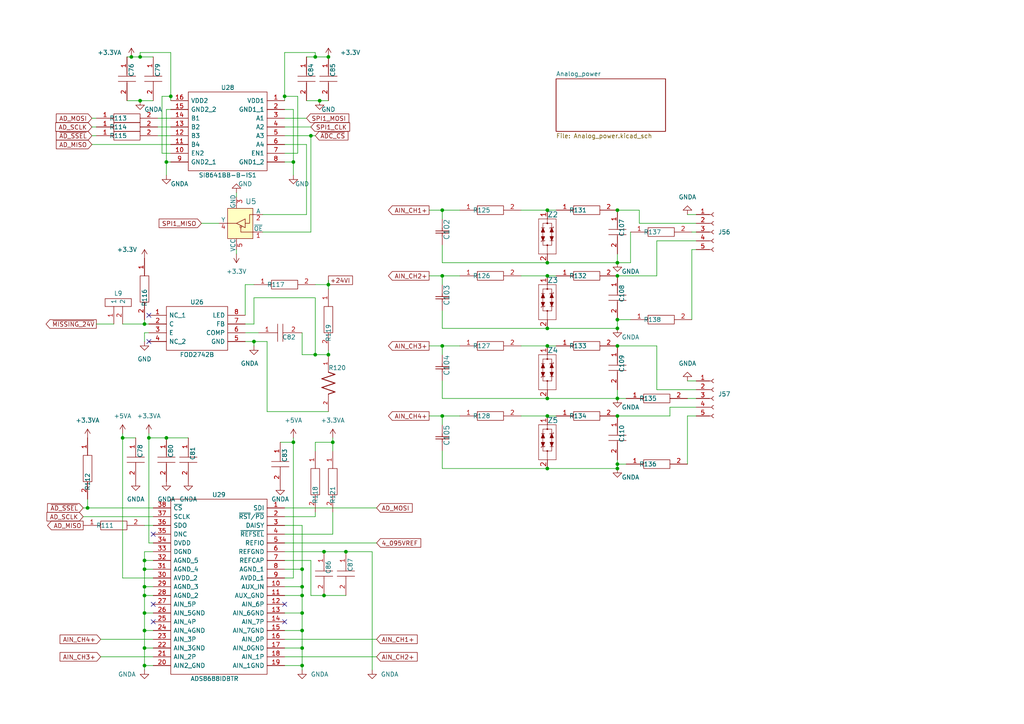
<source format=kicad_sch>
(kicad_sch (version 20230121) (generator eeschema)
  (paper "A4")
  (title_block (title "Analog Inputs") (date "2023-02-24") (company "OPA Foundation"))
  (junction (at 95.25 82.55))
  (junction (at 158.75 60.96))
  (junction (at 179.07 95.25))
  (junction (at 43.18 127))
  (junction (at 179.07 76.2))
  (junction (at 179.07 120.65))
  (junction (at 41.91 172.72))
  (junction (at 87.63 177.8))
  (junction (at 93.98 160.02))
  (junction (at 41.91 93.98))
  (junction (at 128.27 100.33))
  (junction (at 100.33 160.02))
  (junction (at 41.91 187.96))
  (junction (at 96.52 128.27))
  (junction (at 82.55 27.94))
  (junction (at 87.63 193.04))
  (junction (at 158.75 100.33))
  (junction (at 95.25 16.51))
  (junction (at 91.44 102.87))
  (junction (at 128.27 120.65))
  (junction (at 158.75 80.01))
  (junction (at 179.07 100.33))
  (junction (at 92.71 29.21))
  (junction (at 179.07 115.57))
  (junction (at 87.63 165.1))
  (junction (at 87.63 182.88))
  (junction (at 179.07 134.62))
  (junction (at 158.75 115.57))
  (junction (at 25.4 147.32))
  (junction (at 41.91 182.88))
  (junction (at 93.98 172.72))
  (junction (at 41.91 165.1))
  (junction (at 40.64 29.21))
  (junction (at 90.17 39.37))
  (junction (at 95.25 102.87))
  (junction (at 87.63 170.18))
  (junction (at 73.66 99.06))
  (junction (at 158.75 135.89))
  (junction (at 179.07 80.01))
  (junction (at 38.1 16.51))
  (junction (at 48.26 127))
  (junction (at 85.09 128.27))
  (junction (at 128.27 60.96))
  (junction (at 87.63 172.72))
  (junction (at 91.44 16.51))
  (junction (at 49.53 27.94))
  (junction (at 128.27 80.01))
  (junction (at 41.91 170.18))
  (junction (at 41.91 177.8))
  (junction (at 179.07 135.89))
  (junction (at 158.75 95.25))
  (junction (at 35.56 127))
  (junction (at 40.64 16.51))
  (junction (at 179.07 92.71))
  (junction (at 41.91 162.56))
  (junction (at 158.75 120.65))
  (junction (at 48.26 46.99))
  (junction (at 85.09 46.99))
  (junction (at 179.07 60.96))
  (junction (at 41.91 193.04))
  (junction (at 158.75 76.2))
  (junction (at 87.63 187.96))
  (no_connect (at 82.55 180.34))
  (no_connect (at 44.45 154.94))
  (no_connect (at 44.45 175.26))
  (no_connect (at 43.18 99.06))
  (no_connect (at 44.45 180.34))
  (no_connect (at 43.18 91.44))
  (no_connect (at 82.55 175.26))
  (wire (pts (xy 82.55 29.21) (xy 82.55 27.94)))
  (wire (pts (xy 179.07 113.03) (xy 179.07 115.57)))
  (wire (pts (xy 87.63 170.18) (xy 87.63 172.72)))
  (wire (pts (xy 179.07 120.65) (xy 194.31 120.65)))
  (wire (pts (xy 199.39 115.57) (xy 201.93 115.57)))
  (wire (pts (xy 49.53 31.75) (xy 48.26 31.75)))
  (wire (pts (xy 200.66 72.39) (xy 201.93 72.39)))
  (wire (pts (xy 128.27 110.49) (xy 128.27 115.57)))
  (wire (pts (xy 199.39 110.49) (xy 201.93 110.49)))
  (wire (pts (xy 41.91 170.18) (xy 41.91 172.72)))
  (wire (pts (xy 81.28 128.27) (xy 85.09 128.27)))
  (wire (pts (xy 73.66 99.06) (xy 73.66 100.33)))
  (wire (pts (xy 85.09 167.64) (xy 85.09 128.27)))
  (wire (pts (xy 128.27 115.57) (xy 158.75 115.57)))
  (wire (pts (xy 43.18 127) (xy 43.18 157.48)))
  (wire (pts (xy 82.55 165.1) (xy 87.63 165.1)))
  (wire (pts (xy 82.55 177.8) (xy 87.63 177.8)))
  (wire (pts (xy 128.27 82.55) (xy 128.27 80.01)))
  (wire (pts (xy 179.07 60.96) (xy 185.42 60.96)))
  (wire (pts (xy 96.52 154.94) (xy 96.52 148.59)))
  (wire (pts (xy 41.91 92.71) (xy 41.91 93.98)))
  (wire (pts (xy 87.63 96.52) (xy 87.63 102.87)))
  (wire (pts (xy 26.67 36.83) (xy 27.94 36.83)))
  (wire (pts (xy 199.39 134.62) (xy 199.39 120.65)))
  (wire (pts (xy 85.09 46.99) (xy 82.55 46.99)))
  (wire (pts (xy 49.53 29.21) (xy 49.53 27.94)))
  (wire (pts (xy 92.71 29.21) (xy 95.25 29.21)))
  (wire (pts (xy 26.67 34.29) (xy 27.94 34.29)))
  (wire (pts (xy 27.94 93.98) (xy 33.02 93.98)))
  (wire (pts (xy 82.55 44.45) (xy 86.36 44.45)))
  (wire (pts (xy 91.44 16.51) (xy 95.25 16.51)))
  (wire (pts (xy 87.63 177.8) (xy 87.63 182.88)))
  (wire (pts (xy 124.46 100.33) (xy 128.27 100.33)))
  (wire (pts (xy 128.27 71.12) (xy 128.27 76.2)))
  (wire (pts (xy 158.75 100.33) (xy 161.29 100.33)))
  (wire (pts (xy 82.55 190.5) (xy 109.22 190.5)))
  (wire (pts (xy 93.98 160.02) (xy 100.33 160.02)))
  (wire (pts (xy 128.27 90.17) (xy 128.27 95.25)))
  (wire (pts (xy 82.55 154.94) (xy 96.52 154.94)))
  (wire (pts (xy 91.44 15.24) (xy 91.44 16.51)))
  (wire (pts (xy 82.55 147.32) (xy 109.22 147.32)))
  (wire (pts (xy 194.31 120.65) (xy 194.31 118.11)))
  (wire (pts (xy 41.91 193.04) (xy 44.45 193.04)))
  (wire (pts (xy 46.99 44.45) (xy 46.99 27.94)))
  (wire (pts (xy 48.26 31.75) (xy 48.26 46.99)))
  (wire (pts (xy 41.91 93.98) (xy 43.18 93.98)))
  (wire (pts (xy 58.42 64.77) (xy 63.5 64.77)))
  (wire (pts (xy 73.66 93.98) (xy 73.66 86.36)))
  (wire (pts (xy 82.55 149.86) (xy 91.44 149.86)))
  (wire (pts (xy 90.17 67.31) (xy 90.17 39.37)))
  (wire (pts (xy 41.91 193.04) (xy 41.91 194.31)))
  (wire (pts (xy 91.44 82.55) (xy 95.25 82.55)))
  (wire (pts (xy 29.21 190.5) (xy 44.45 190.5)))
  (wire (pts (xy 77.47 99.06) (xy 73.66 99.06)))
  (wire (pts (xy 95.25 81.28) (xy 95.25 82.55)))
  (wire (pts (xy 151.13 100.33) (xy 158.75 100.33)))
  (wire (pts (xy 199.39 120.65) (xy 201.93 120.65)))
  (wire (pts (xy 49.53 27.94) (xy 49.53 15.24)))
  (wire (pts (xy 41.91 170.18) (xy 44.45 170.18)))
  (wire (pts (xy 200.66 92.71) (xy 200.66 72.39)))
  (wire (pts (xy 182.88 76.2) (xy 179.07 76.2)))
  (wire (pts (xy 35.56 93.98) (xy 41.91 93.98)))
  (wire (pts (xy 41.91 165.1) (xy 44.45 165.1)))
  (wire (pts (xy 158.75 115.57) (xy 179.07 115.57)))
  (wire (pts (xy 87.63 152.4) (xy 87.63 165.1)))
  (wire (pts (xy 100.33 160.02) (xy 107.95 160.02)))
  (wire (pts (xy 41.91 172.72) (xy 44.45 172.72)))
  (wire (pts (xy 128.27 135.89) (xy 158.75 135.89)))
  (wire (pts (xy 96.52 128.27) (xy 96.52 127)))
  (wire (pts (xy 82.55 36.83) (xy 90.17 36.83)))
  (wire (pts (xy 82.55 187.96) (xy 87.63 187.96)))
  (wire (pts (xy 185.42 60.96) (xy 185.42 64.77)))
  (wire (pts (xy 91.44 149.86) (xy 91.44 148.59)))
  (wire (pts (xy 77.47 119.38) (xy 77.47 99.06)))
  (wire (pts (xy 41.91 182.88) (xy 44.45 182.88)))
  (wire (pts (xy 158.75 120.65) (xy 161.29 120.65)))
  (wire (pts (xy 26.67 39.37) (xy 27.94 39.37)))
  (wire (pts (xy 128.27 100.33) (xy 133.35 100.33)))
  (wire (pts (xy 199.39 62.23) (xy 201.93 62.23)))
  (wire (pts (xy 41.91 187.96) (xy 41.91 193.04)))
  (wire (pts (xy 87.63 165.1) (xy 87.63 170.18)))
  (wire (pts (xy 87.63 182.88) (xy 87.63 187.96)))
  (wire (pts (xy 91.44 102.87) (xy 95.25 102.87)))
  (wire (pts (xy 190.5 69.85) (xy 201.93 69.85)))
  (wire (pts (xy 128.27 95.25) (xy 158.75 95.25)))
  (wire (pts (xy 179.07 115.57) (xy 181.61 115.57)))
  (wire (pts (xy 40.64 29.21) (xy 44.45 29.21)))
  (wire (pts (xy 158.75 60.96) (xy 161.29 60.96)))
  (wire (pts (xy 82.55 15.24) (xy 91.44 15.24)))
  (wire (pts (xy 87.63 193.04) (xy 87.63 194.31)))
  (wire (pts (xy 41.91 160.02) (xy 41.91 162.56)))
  (wire (pts (xy 82.55 170.18) (xy 87.63 170.18)))
  (wire (pts (xy 151.13 120.65) (xy 158.75 120.65)))
  (wire (pts (xy 24.13 149.86) (xy 44.45 149.86)))
  (wire (pts (xy 85.09 128.27) (xy 85.09 127)))
  (wire (pts (xy 87.63 102.87) (xy 91.44 102.87)))
  (wire (pts (xy 88.9 62.23) (xy 88.9 41.91)))
  (wire (pts (xy 128.27 63.5) (xy 128.27 60.96)))
  (wire (pts (xy 91.44 128.27) (xy 96.52 128.27)))
  (wire (pts (xy 179.07 133.35) (xy 179.07 134.62)))
  (wire (pts (xy 185.42 64.77) (xy 201.93 64.77)))
  (wire (pts (xy 82.55 41.91) (xy 88.9 41.91)))
  (wire (pts (xy 45.72 36.83) (xy 49.53 36.83)))
  (wire (pts (xy 95.25 82.55) (xy 95.25 83.82)))
  (wire (pts (xy 41.91 177.8) (xy 44.45 177.8)))
  (wire (pts (xy 43.18 125.73) (xy 43.18 127)))
  (wire (pts (xy 95.25 119.38) (xy 77.47 119.38)))
  (wire (pts (xy 40.64 16.51) (xy 44.45 16.51)))
  (wire (pts (xy 41.91 152.4) (xy 44.45 152.4)))
  (wire (pts (xy 190.5 113.03) (xy 201.93 113.03)))
  (wire (pts (xy 88.9 29.21) (xy 92.71 29.21)))
  (wire (pts (xy 41.91 99.06) (xy 41.91 96.52)))
  (wire (pts (xy 179.07 134.62) (xy 179.07 135.89)))
  (wire (pts (xy 179.07 100.33) (xy 190.5 100.33)))
  (wire (pts (xy 85.09 31.75) (xy 85.09 46.99)))
  (wire (pts (xy 68.58 72.39) (xy 68.58 73.66)))
  (wire (pts (xy 179.07 92.71) (xy 182.88 92.71)))
  (wire (pts (xy 38.1 16.51) (xy 40.64 16.51)))
  (wire (pts (xy 71.12 99.06) (xy 73.66 99.06)))
  (wire (pts (xy 71.12 82.55) (xy 73.66 82.55)))
  (wire (pts (xy 82.55 193.04) (xy 87.63 193.04)))
  (wire (pts (xy 124.46 120.65) (xy 128.27 120.65)))
  (wire (pts (xy 41.91 172.72) (xy 41.91 177.8)))
  (wire (pts (xy 128.27 123.19) (xy 128.27 120.65)))
  (wire (pts (xy 82.55 31.75) (xy 85.09 31.75)))
  (wire (pts (xy 25.4 147.32) (xy 25.4 144.78)))
  (wire (pts (xy 48.26 46.99) (xy 48.26 50.8)))
  (wire (pts (xy 91.44 130.81) (xy 91.44 128.27)))
  (wire (pts (xy 86.36 44.45) (xy 86.36 27.94)))
  (wire (pts (xy 68.58 55.88) (xy 68.58 57.15)))
  (wire (pts (xy 82.55 172.72) (xy 87.63 172.72)))
  (wire (pts (xy 41.91 162.56) (xy 44.45 162.56)))
  (wire (pts (xy 29.21 185.42) (xy 44.45 185.42)))
  (wire (pts (xy 190.5 80.01) (xy 190.5 69.85)))
  (wire (pts (xy 179.07 92.71) (xy 179.07 95.25)))
  (wire (pts (xy 44.45 147.32) (xy 25.4 147.32)))
  (wire (pts (xy 128.27 102.87) (xy 128.27 100.33)))
  (wire (pts (xy 190.5 100.33) (xy 190.5 113.03)))
  (wire (pts (xy 73.66 86.36) (xy 91.44 86.36)))
  (wire (pts (xy 41.91 177.8) (xy 41.91 182.88)))
  (wire (pts (xy 24.13 147.32) (xy 25.4 147.32)))
  (wire (pts (xy 182.88 67.31) (xy 182.88 76.2)))
  (wire (pts (xy 26.67 41.91) (xy 49.53 41.91)))
  (wire (pts (xy 48.26 46.99) (xy 49.53 46.99)))
  (wire (pts (xy 158.75 80.01) (xy 161.29 80.01)))
  (wire (pts (xy 82.55 39.37) (xy 90.17 39.37)))
  (wire (pts (xy 35.56 125.73) (xy 35.56 127)))
  (wire (pts (xy 44.45 167.64) (xy 35.56 167.64)))
  (wire (pts (xy 88.9 16.51) (xy 91.44 16.51)))
  (wire (pts (xy 128.27 60.96) (xy 133.35 60.96)))
  (wire (pts (xy 124.46 80.01) (xy 128.27 80.01)))
  (wire (pts (xy 49.53 44.45) (xy 46.99 44.45)))
  (wire (pts (xy 48.26 127) (xy 54.61 127)))
  (wire (pts (xy 87.63 187.96) (xy 87.63 193.04)))
  (wire (pts (xy 82.55 167.64) (xy 85.09 167.64)))
  (wire (pts (xy 76.2 67.31) (xy 90.17 67.31)))
  (wire (pts (xy 82.55 185.42) (xy 109.22 185.42)))
  (wire (pts (xy 128.27 130.81) (xy 128.27 135.89)))
  (wire (pts (xy 95.25 102.87) (xy 95.25 101.6)))
  (wire (pts (xy 76.2 62.23) (xy 88.9 62.23)))
  (wire (pts (xy 90.17 172.72) (xy 93.98 172.72)))
  (wire (pts (xy 91.44 86.36) (xy 91.44 102.87)))
  (wire (pts (xy 82.55 34.29) (xy 88.9 34.29)))
  (wire (pts (xy 85.09 46.99) (xy 85.09 50.8)))
  (wire (pts (xy 128.27 80.01) (xy 133.35 80.01)))
  (wire (pts (xy 40.64 15.24) (xy 40.64 16.51)))
  (wire (pts (xy 41.91 182.88) (xy 41.91 187.96)))
  (wire (pts (xy 86.36 27.94) (xy 82.55 27.94)))
  (wire (pts (xy 82.55 27.94) (xy 82.55 15.24)))
  (wire (pts (xy 35.56 127) (xy 39.37 127)))
  (wire (pts (xy 124.46 60.96) (xy 128.27 60.96)))
  (wire (pts (xy 45.72 34.29) (xy 49.53 34.29)))
  (wire (pts (xy 158.75 76.2) (xy 179.07 76.2)))
  (wire (pts (xy 71.12 91.44) (xy 71.12 82.55)))
  (wire (pts (xy 41.91 96.52) (xy 43.18 96.52)))
  (wire (pts (xy 82.55 152.4) (xy 87.63 152.4)))
  (wire (pts (xy 90.17 162.56) (xy 90.17 172.72)))
  (wire (pts (xy 90.17 39.37) (xy 91.44 39.37)))
  (wire (pts (xy 82.55 160.02) (xy 93.98 160.02)))
  (wire (pts (xy 41.91 162.56) (xy 41.91 165.1)))
  (wire (pts (xy 36.83 16.51) (xy 38.1 16.51)))
  (wire (pts (xy 35.56 127) (xy 35.56 167.64)))
  (wire (pts (xy 201.93 118.11) (xy 194.31 118.11)))
  (wire (pts (xy 158.75 135.89) (xy 179.07 135.89)))
  (wire (pts (xy 46.99 27.94) (xy 49.53 27.94)))
  (wire (pts (xy 179.07 73.66) (xy 179.07 76.2)))
  (wire (pts (xy 82.55 182.88) (xy 87.63 182.88)))
  (wire (pts (xy 82.55 157.48) (xy 109.22 157.48)))
  (wire (pts (xy 179.07 80.01) (xy 190.5 80.01)))
  (wire (pts (xy 71.12 96.52) (xy 74.93 96.52)))
  (wire (pts (xy 128.27 120.65) (xy 133.35 120.65)))
  (wire (pts (xy 82.55 162.56) (xy 90.17 162.56)))
  (wire (pts (xy 158.75 95.25) (xy 179.07 95.25)))
  (wire (pts (xy 36.83 29.21) (xy 40.64 29.21)))
  (wire (pts (xy 71.12 93.98) (xy 73.66 93.98)))
  (wire (pts (xy 44.45 160.02) (xy 41.91 160.02)))
  (wire (pts (xy 41.91 187.96) (xy 44.45 187.96)))
  (wire (pts (xy 45.72 39.37) (xy 49.53 39.37)))
  (wire (pts (xy 151.13 80.01) (xy 158.75 80.01)))
  (wire (pts (xy 96.52 128.27) (xy 96.52 130.81)))
  (wire (pts (xy 200.66 67.31) (xy 201.93 67.31)))
  (wire (pts (xy 151.13 60.96) (xy 158.75 60.96)))
  (wire (pts (xy 49.53 15.24) (xy 40.64 15.24)))
  (wire (pts (xy 128.27 76.2) (xy 158.75 76.2)))
  (wire (pts (xy 107.95 160.02) (xy 107.95 194.31)))
  (wire (pts (xy 179.07 134.62) (xy 181.61 134.62)))
  (wire (pts (xy 44.45 157.48) (xy 43.18 157.48)))
  (wire (pts (xy 43.18 127) (xy 48.26 127)))
  (wire (pts (xy 87.63 172.72) (xy 87.63 177.8)))
  (wire (pts (xy 93.98 172.72) (xy 100.33 172.72)))
  (wire (pts (xy 41.91 165.1) (xy 41.91 170.18)))
  (global_label "AIN_CH3+" (shape input) (at 29.21 190.5 180) (property "Intersheetrefs" "${INTERSHEET_REFS}" (effects hide)))
  (global_label "AD_MOSI" (shape input) (at 109.22 147.32 0) (property "Intersheetrefs" "${INTERSHEET_REFS}" (effects hide)))
  (global_label "~{MISSING_24V}" (shape output) (at 27.94 93.98 180) (property "Intersheetrefs" "${INTERSHEET_REFS}" (effects hide)))
  (global_label "AIN_CH2+" (shape input) (at 109.22 190.5 0) (property "Intersheetrefs" "${INTERSHEET_REFS}" (effects hide)))
  (global_label "SPI1_CLK" (shape input) (at 90.17 36.83 0) (property "Intersheetrefs" "${INTERSHEET_REFS}" (effects hide)))
  (global_label "+24VI" (shape passive) (at 95.25 81.28 0) (property "Intersheetrefs" "${INTERSHEET_REFS}" (effects hide)))
  (global_label "AIN_CH4+" (shape output) (at 124.46 120.65 180) (property "Intersheetrefs" "${INTERSHEET_REFS}" (effects hide)))
  (global_label "~{AD_SSEL}" (shape input) (at 24.13 147.32 180) (property "Intersheetrefs" "${INTERSHEET_REFS}" (effects hide)))
  (global_label "AD_MOSI" (shape input) (at 26.67 34.29 180) (property "Intersheetrefs" "${INTERSHEET_REFS}" (effects hide)))
  (global_label "AIN_CH1+" (shape output) (at 124.46 60.96 180) (property "Intersheetrefs" "${INTERSHEET_REFS}" (effects hide)))
  (global_label "AD_MISO" (shape output) (at 24.13 152.4 180) (property "Intersheetrefs" "${INTERSHEET_REFS}" (effects hide)))
  (global_label "AIN_CH4+" (shape input) (at 29.21 185.42 180) (property "Intersheetrefs" "${INTERSHEET_REFS}" (effects hide)))
  (global_label "SPI1_MOSI" (shape input) (at 88.9 34.29 0) (property "Intersheetrefs" "${INTERSHEET_REFS}" (effects hide)))
  (global_label "4_095VREF" (shape input) (at 109.22 157.48 0) (property "Intersheetrefs" "${INTERSHEET_REFS}" (effects hide)))
  (global_label "AD_SCLK" (shape input) (at 24.13 149.86 180) (property "Intersheetrefs" "${INTERSHEET_REFS}" (effects hide)))
  (global_label "SPI1_MISO" (shape input) (at 58.42 64.77 180) (property "Intersheetrefs" "${INTERSHEET_REFS}" (effects hide)))
  (global_label "AIN_CH3+" (shape output) (at 124.46 100.33 180) (property "Intersheetrefs" "${INTERSHEET_REFS}" (effects hide)))
  (global_label "~{ADC_CS}" (shape input) (at 91.44 39.37 0) (property "Intersheetrefs" "${INTERSHEET_REFS}" (effects hide)))
  (global_label "AD_MISO" (shape input) (at 26.67 41.91 180) (property "Intersheetrefs" "${INTERSHEET_REFS}" (effects hide)))
  (global_label "AIN_CH1+" (shape input) (at 109.22 185.42 0) (property "Intersheetrefs" "${INTERSHEET_REFS}" (effects hide)))
  (global_label "AD_SCLK" (shape input) (at 26.67 36.83 180) (property "Intersheetrefs" "${INTERSHEET_REFS}" (effects hide)))
  (global_label "AIN_CH2+" (shape output) (at 124.46 80.01 180) (property "Intersheetrefs" "${INTERSHEET_REFS}" (effects hide)))
  (global_label "~{AD_SSEL}" (shape input) (at 26.67 39.37 180) (property "Intersheetrefs" "${INTERSHEET_REFS}" (effects hide)))
  (symbol (lib_id "BLM21AG471SN1D:BLM21AG471SN1D") (at 33.02 93.98 90) (unit 1)
    (property "Reference" "L9" (at 34.29 85.09 90))
    (property "Value" "BLM21AG471SN1D" (effects hide))
    (property "Footprint" "footprints:BLM21AG102BH1J" (effects hide))
    (property "Datasheet" "https://www.murata.com/en-us/products/productdetail?partno=BLM21AG471SN1%23" (effects hide))
    (property "Description" "Murata Ferrite Bead (Chip Ferrite Bead), 2 x 1.25 x 0.85mm (0805 (2012M)), 47 impedance at 100 MHz" (effects hide))
    (property "Height" "1.05" (effects hide))
    (property "Manufacturer_Name" "Murata Electronics" (effects hide))
    (property "Manufacturer_Part_Number" "BLM21AG471SN1D" (effects hide))
    (property "Mouser Part Number" "81-BLM21AG471SN1D" (effects hide))
    (property "Mouser Price/Stock" "https://www.mouser.co.uk/ProductDetail/Murata-Electronics/BLM21AG471SN1D?qs=fV03a8A5lZVO%252B9B%252BC47CPg%3D%3D" (effects hide))
    (property "Arrow Part Number" "BLM21AG471SN1D" (effects hide))
    (property "Arrow Price/Stock" "https://www.arrow.com/en/products/blm21ag471sn1d/murata-manufacturing?region=nac" (effects hide))
  )
  (symbol (lib_name "SP4022-01FTG-C_1") (lib_id "2023-02-16_19-25-54:SP4022-01FTG-C") (at 158.75 115.57 270) (unit 1)
    (property "Reference" "Z5" (at 158.75 121.92 90) (effects (font (size 1.524 1.524)) (justify left)))
    (property "Value" "SP4022-01FTG-C" (effects hide))
    (property "Footprint" "footprints:SP4022-01FTG-C" (effects hide))
  )
  (symbol (lib_id "0603ZD105KAT2A:0603ZD105KAT2A") (at 100.33 160.02 270) (unit 1)
    (property "Reference" "C87" (at 101.6 163.83 0))
    (property "Value" "0603ZD105KAT2A" (effects hide))
    (property "Footprint" "Capacitor_SMD:C_0603_1608Metric" (effects hide))
    (property "Datasheet" "http://datasheets.avx.com/cx5r.pdf" (effects hide))
    (property "Description" "AVX 1uF  /-10% 10 V dc X5R Dielectric SMD Ceramic Multilayer Capacitor 0603" (effects hide))
    (property "Height" "0.9" (effects hide))
    (property "Manufacturer_Name" "AVX" (effects hide))
    (property "Manufacturer_Part_Number" "0603ZD105KAT2A" (effects hide))
    (property "Mouser Part Number" "581-0603ZD105K" (effects hide))
    (property "Mouser Price/Stock" "https://www.mouser.co.uk/ProductDetail/AVX/0603ZD105KAT2A?qs=9PmLU43%252BWwW9M7%2FQGmdczg%3D%3D" (effects hide))
    (property "Arrow Part Number" "0603ZD105KAT2A" (effects hide))
    (property "Arrow Price/Stock" "https://www.arrow.com/en/products/0603zd105kat2a/avx" (effects hide))
  )
  (symbol (lib_id "ADS8688IDBTR:ADS8688IDBTR") (at 82.55 147.32 0) (mirror y) (unit 1)
    (property "Reference" "U29" (at 63.5 143.51 0))
    (property "Value" "ADS8688IDBTR" (at 62.23 196.85 0))
    (property "Footprint" "footprints:SOP50P640X120-38N" (effects hide))
    (property "Datasheet" "https://www.arrow.com/en/products/ads8688idbtr/texas-instruments" (effects hide))
    (property "Description" "Octal Channel Single ADC SAR 500ksps 16-bit Serial 38-Pin TSSOP T/R" (effects hide))
    (property "Height" "1.2" (effects hide))
    (property "Manufacturer_Name" "Texas Instruments" (effects hide))
    (property "Manufacturer_Part_Number" "ADS8688IDBTR" (effects hide))
    (property "Mouser Part Number" "595-ADS8688IDBTR" (effects hide))
    (property "Mouser Price/Stock" "https://www.mouser.co.uk/ProductDetail/Texas-Instruments/ADS8688IDBTR?qs=bZA2O%252B%252B1GJuPFEagMJIgMw%3D%3D" (effects hide))
    (property "Arrow Part Number" "ADS8688IDBTR" (effects hide))
    (property "Arrow Price/Stock" "https://www.arrow.com/en/products/ads8688idbtr/texas-instruments?region=nac" (effects hide))
  )
  (symbol (lib_id "0603ZD105KAT2A:0603ZD105KAT2A") (at 81.28 128.27 270) (unit 1)
    (property "Reference" "C83" (at 82.55 132.08 0))
    (property "Value" "0603ZD105KAT2A" (effects hide))
    (property "Footprint" "Capacitor_SMD:C_0603_1608Metric" (effects hide))
    (property "Datasheet" "http://datasheets.avx.com/cx5r.pdf" (effects hide))
    (property "Description" "AVX 1uF  /-10% 10 V dc X5R Dielectric SMD Ceramic Multilayer Capacitor 0603" (effects hide))
    (property "Height" "0.9" (effects hide))
    (property "Manufacturer_Name" "AVX" (effects hide))
    (property "Manufacturer_Part_Number" "0603ZD105KAT2A" (effects hide))
    (property "Mouser Part Number" "581-0603ZD105K" (effects hide))
    (property "Mouser Price/Stock" "https://www.mouser.co.uk/ProductDetail/AVX/0603ZD105KAT2A?qs=9PmLU43%252BWwW9M7%2FQGmdczg%3D%3D" (effects hide))
    (property "Arrow Part Number" "0603ZD105KAT2A" (effects hide))
    (property "Arrow Price/Stock" "https://www.arrow.com/en/products/0603zd105kat2a/avx" (effects hide))
  )
  (symbol (lib_name "SP4022-01FTG-C_1") (lib_id "2023-02-16_19-25-54:SP4022-01FTG-C") (at 158.75 74.93 270) (unit 1)
    (property "Reference" "Z3" (at 158.75 81.28 90) (effects (font (size 1.524 1.524)) (justify left)))
    (property "Value" "SP4022-01FTG-C" (effects hide))
    (property "Footprint" "footprints:SP4022-01FTG-C" (effects hide))
  )
  (symbol (lib_id "RT0805DRD071K15L:RT0805DRD071K15L") (at 95.25 113.03 270) (unit 1)
    (property "Reference" "R120" (at 95.25 106.68 90) (effects (justify left)))
    (property "Value" "RR1220P-1151-D-M" (effects hide))
    (property "Footprint" "Resistor_SMD:R_0805_2012Metric" (effects hide))
  )
  (symbol (lib_id "Connector:Conn_01x05_Female") (at 207.01 67.31 0) (unit 1)
    (property "Reference" "J56" (at 208.28 67.3099 0) (effects (justify left)))
    (property "Value" "284512-5" (effects hide))
    (property "Footprint" "footprints:SHDRRA5W82P0X350_1X5_1980X920X745P" (effects hide))
  )
  (symbol (lib_id "RR1220P-682-D:RR1220P-682-D") (at 73.66 82.55 0) (unit 1)
    (property "Reference" "R117" (at 80.01 82.55 0))
    (property "Value" "RR1220P-682-D" (effects hide))
    (property "Footprint" "Resistor_SMD:R_0805_2012Metric" (effects hide))
    (property "Description" "RESISTOR, 0805 6.8 KOhm +/- 0.5% 0.1 W" (effects hide))
    (property "Manufacturer_Name" "Susumu" (effects hide))
    (property "Manufacturer_Part_Number" "RR1220P-682-D" (effects hide))
  )
  (symbol (lib_id "0603ZD105KAT2A:0603ZD105KAT2A") (at 36.83 16.51 270) (unit 1)
    (property "Reference" "C76" (at 38.1 20.32 0))
    (property "Value" "0603ZD105KAT2A" (effects hide))
    (property "Footprint" "Capacitor_SMD:C_0603_1608Metric" (effects hide))
    (property "Datasheet" "http://datasheets.avx.com/cx5r.pdf" (effects hide))
    (property "Description" "AVX 1uF  /-10% 10 V dc X5R Dielectric SMD Ceramic Multilayer Capacitor 0603" (effects hide))
    (property "Height" "0.9" (effects hide))
    (property "Manufacturer_Name" "AVX" (effects hide))
    (property "Manufacturer_Part_Number" "0603ZD105KAT2A" (effects hide))
    (property "Mouser Part Number" "581-0603ZD105K" (effects hide))
    (property "Mouser Price/Stock" "https://www.mouser.co.uk/ProductDetail/AVX/0603ZD105KAT2A?qs=9PmLU43%252BWwW9M7%2FQGmdczg%3D%3D" (effects hide))
    (property "Arrow Part Number" "0603ZD105KAT2A" (effects hide))
    (property "Arrow Price/Stock" "https://www.arrow.com/en/products/0603zd105kat2a/avx" (effects hide))
  )
  (symbol (lib_name "SP4022-01FTG-C_1") (lib_id "2023-02-16_19-25-54:SP4022-01FTG-C") (at 158.75 55.88 270) (unit 1)
    (property "Reference" "Z2" (at 158.75 62.23 90) (effects (font (size 1.524 1.524)) (justify left)))
    (property "Value" "SP4022-01FTG-C" (effects hide))
    (property "Footprint" "footprints:SP4022-01FTG-C" (effects hide))
  )
  (symbol (lib_id "GRM31CR61E226KE15L:GRM31CR61E226KE15L") (at 93.98 160.02 270) (unit 1)
    (property "Reference" "C86" (at 95.25 162.56 0) (effects (justify left)))
    (property "Value" "CL31A226KAHNNNE" (effects hide))
    (property "Footprint" "Capacitor_SMD:C_1206_3216Metric_Pad1.33x1.80mm_HandSolder" (effects hide))
    (property "Datasheet" "https://datasheet.datasheetarchive.com/originals/distributors/Datasheets_SAMA/ec4f1577dddcc7a13ddad897a28002d3.pdf" (effects hide))
    (property "Description" " 22uF MLCC 25V dc +/-10% SMD " (effects hide))
    (property "Height" "1.8" (effects hide))
    (property "Manufacturer_Name" "Murata Electronics" (effects hide))
    (property "Manufacturer_Part_Number" "CL31A226KAHNNNE" (effects hide))
    (property "Mouser Part Number" "81-GRM31CR61E226KE5L" (effects hide))
    (property "Mouser Price/Stock" "https://www.mouser.co.uk/ProductDetail/Murata-Electronics/GRM31CR61E226KE15L?qs=Uw8ySfEHS7KfA6t3BpaUDg%3D%3D" (effects hide))
    (property "Arrow Part Number" "GRM31CR61E226KE15L" (effects hide))
    (property "Arrow Price/Stock" "https://www.arrow.com/en/products/grm31cr61e226ke15l/murata-manufacturing?region=europe" (effects hide))
  )
  (symbol (lib_id "ERJ-3EKF1001V:ERJ-3EKF1001V") (at 133.35 120.65 0) (unit 1)
    (property "Reference" "R128" (at 139.7 120.65 0))
    (property "Value" "ERJ-3EKF1001V" (effects hide))
    (property "Footprint" "Resistor_SMD:R_0603_1608Metric" (effects hide))
    (property "Datasheet" "https://industrial.panasonic.com/cdbs/www-data/pdf/RDA0000/AOA0000C304.pdf" (effects hide))
    (property "Description" "Thick Film 0603 resistor 1K00 100mW 1% Panasonic ERJ3EK Series Precision Thick Film Surface Mount Resistor 0603 Case 1kOhm  /-1% 0.1W  /-100ppm/degC" (effects hide))
    (property "Height" "0.55" (effects hide))
    (property "Manufacturer_Name" "Panasonic" (effects hide))
    (property "Manufacturer_Part_Number" "ERJ-3EKF1001V" (effects hide))
    (property "Mouser Part Number" "667-ERJ-3EKF1001V" (effects hide))
    (property "Mouser Price/Stock" "https://www.mouser.co.uk/ProductDetail/Panasonic/ERJ-3EKF1001V?qs=H7k1u0Mp9JTM8yQxOuvoDg%3D%3D" (effects hide))
    (property "Arrow Part Number" "ERJ-3EKF1001V" (effects hide))
    (property "Arrow Price/Stock" "https://www.arrow.com/en/products/erj-3ekf1001v/panasonic?region=nac" (effects hide))
  )
  (symbol (lib_id "ERJ-3EKF4992V:ERJ-3EKF4992V") (at 25.4 127 270) (unit 1)
    (property "Reference" "R112" (at 25.4 137.16 0) (effects (justify left)))
    (property "Value" "ERJ-3EKF4992V" (effects hide))
    (property "Footprint" "Resistor_SMD:R_0603_1608Metric" (effects hide))
    (property "Datasheet" "https://industrial.panasonic.com/cdbs/www-data/pdf/RDA0000/AOA0000C304.pdf" (effects hide))
    (property "Description" "Thick Film Resistors - SMD 0603 49.9Kohms 1% AEC-Q200" (effects hide))
    (property "Height" "0.55" (effects hide))
    (property "Manufacturer_Name" "Panasonic" (effects hide))
    (property "Manufacturer_Part_Number" "ERJ-3EKF4992V" (effects hide))
    (property "Mouser Part Number" "667-ERJ-3EKF4992V" (effects hide))
    (property "Mouser Price/Stock" "https://www.mouser.co.uk/ProductDetail/Panasonic/ERJ-3EKF4992V?qs=66DK8nO8gJDYHn0m%2Fug%252Bvw%3D%3D" (effects hide))
    (property "Arrow Part Number" "ERJ-3EKF4992V" (effects hide))
    (property "Arrow Price/Stock" "https://www.arrow.com/en/products/erj-3ekf4992v/panasonic?region=europe" (effects hide))
  )
  (symbol (lib_id "MCR03EZPFX33R0:MCR03EZPFX33R0") (at 27.94 36.83 0) (unit 1)
    (property "Reference" "R114" (at 34.29 36.83 0))
    (property "Value" "RC0603FR-0733RL" (effects hide))
    (property "Footprint" "Resistor_SMD:R_0603_1608Metric" (effects hide))
    (property "Datasheet" "https://datasheet.datasheetarchive.com/originals/distributors/Datasheets_SAMA/dbb208b8b0fbd2aeb0eafa67412df4d0.pdf" (effects hide))
    (property "Description" "0603 Thick Film Resistor 0.1W, 33R ROHM MCR Series Thick Film Surface Mount Resistor 0603 Case 33 +/-1% 0.1W +/-100ppm/C" (effects hide))
    (property "Height" "0.55" (effects hide))
    (property "Manufacturer_Name" "ROHM Semiconductor" (effects hide))
    (property "Manufacturer_Part_Number" "RC0603FR-0733RL" (effects hide))
    (property "Arrow Part Number" "MCR03EZPFX33R0" (effects hide))
    (property "Arrow Price/Stock" "https://www.arrow.com/en/products/mcr03ezpfx33r0/rohm-semiconductor" (effects hide))
  )
  (symbol (lib_id "2023-02-16_19-50-15:GRM188R71H102KA01D") (at 128.27 123.19 270) (unit 1)
    (property "Reference" "C105" (at 129.54 123.19 0) (effects (font (size 1.524 1.524)) (justify left)))
    (property "Value" "CC0603KRX7R9BB102" (effects hide))
    (property "Footprint" "Capacitor_SMD:C_0603_1608Metric" (effects hide))
    (property "Description" ".001UF,50V,10%,Ceramic,X7R,0603" (effects hide))
    (property "Manufacturer_Part_Number" "CC0603KRX7R9BB102" (effects hide))
  )
  (symbol (lib_id "power:GNDA") (at 199.39 62.23 0) (mirror x) (unit 1)
    (property "Reference" "#PWR0159" (effects hide))
    (property "Value" "GNDA" (at 199.39 57.15 0))
  )
  (symbol (lib_name "SP4022-01FTG-C_1") (lib_id "2023-02-16_19-25-54:SP4022-01FTG-C") (at 158.75 95.25 270) (unit 1)
    (property "Reference" "Z4" (at 158.75 101.6 90) (effects (font (size 1.524 1.524)) (justify left)))
    (property "Value" "SP4022-01FTG-C" (effects hide))
    (property "Footprint" "footprints:SP4022-01FTG-C" (effects hide))
  )
  (symbol (lib_id "power:+3.3VA") (at 25.4 127 0) (unit 1)
    (property "Reference" "#PWR0119" (effects hide))
    (property "Value" "+3.3VA" (at 25.4 121.92 0))
  )
  (symbol (lib_id "0603ZD105KAT2A:0603ZD105KAT2A") (at 48.26 127 270) (unit 1)
    (property "Reference" "C80" (at 49.53 130.81 0))
    (property "Value" "0603ZD105KAT2A" (effects hide))
    (property "Footprint" "Capacitor_SMD:C_0603_1608Metric" (effects hide))
    (property "Datasheet" "http://datasheets.avx.com/cx5r.pdf" (effects hide))
    (property "Description" "AVX 1uF  /-10% 10 V dc X5R Dielectric SMD Ceramic Multilayer Capacitor 0603" (effects hide))
    (property "Height" "0.9" (effects hide))
    (property "Manufacturer_Name" "AVX" (effects hide))
    (property "Manufacturer_Part_Number" "0603ZD105KAT2A" (effects hide))
    (property "Mouser Part Number" "581-0603ZD105K" (effects hide))
    (property "Mouser Price/Stock" "https://www.mouser.co.uk/ProductDetail/AVX/0603ZD105KAT2A?qs=9PmLU43%252BWwW9M7%2FQGmdczg%3D%3D" (effects hide))
    (property "Arrow Part Number" "0603ZD105KAT2A" (effects hide))
    (property "Arrow Price/Stock" "https://www.arrow.com/en/products/0603zd105kat2a/avx" (effects hide))
  )
  (symbol (lib_id "power:GNDA") (at 40.64 29.21 0) (unit 1)
    (property "Reference" "#PWR0140" (effects hide))
    (property "Value" "GNDA" (at 44.45 31.75 0))
  )
  (symbol (lib_id "power:GND") (at 68.58 55.88 180) (unit 1)
    (property "Reference" "#PWR0214" (effects hide))
    (property "Value" "GND" (at 71.12 53.34 0))
  )
  (symbol (lib_id "power:+3.3VA") (at 38.1 16.51 0) (unit 1)
    (property "Reference" "#PWR0141" (effects hide))
    (property "Value" "+3.3VA" (at 31.75 15.24 0))
  )
  (symbol (lib_id "power:+3.3VA") (at 96.52 127 0) (unit 1)
    (property "Reference" "#PWR0143" (effects hide))
    (property "Value" "+3.3VA" (at 96.52 121.92 0))
  )
  (symbol (lib_id "ERJ-6ENF1000V:ERJ-6ENF1000V") (at 161.29 100.33 0) (unit 1)
    (property "Reference" "R133" (at 167.64 100.33 0))
    (property "Value" "ERJ-6ENF1000V" (effects hide))
    (property "Footprint" "Resistor_SMD:R_0805_2012Metric" (effects hide))
    (property "Datasheet" "http://industrial.panasonic.com/cdbs/www-data/pdf/RDA0000/AOA0000C304.pdf" (effects hide))
    (property "Description" "Precision Thick Film Chip Resistor, 0805, 0.125W" (effects hide))
    (property "Height" "0.55" (effects hide))
    (property "Manufacturer_Name" "Panasonic" (effects hide))
    (property "Manufacturer_Part_Number" "ERJ-6ENF1000V" (effects hide))
    (property "Mouser Part Number" "667-ERJ-6ENF1000V" (effects hide))
    (property "Mouser Price/Stock" "https://www.mouser.co.uk/ProductDetail/Panasonic/ERJ-6ENF1000V?qs=4WZYzuGhm5opkpyunBjW%2FA%3D%3D" (effects hide))
    (property "Arrow Part Number" "ERJ-6ENF1000V" (effects hide))
    (property "Arrow Price/Stock" "https://www.arrow.com/en/products/erj-6enf1000v/panasonic" (effects hide))
  )
  (symbol (lib_id "RR1220P-4751-D-M:RR1220P-4751-D-M") (at 41.91 74.93 270) (unit 1)
    (property "Reference" "R116" (at 41.91 86.36 0))
    (property "Value" "RR1220P-4751-D-M" (effects hide))
    (property "Footprint" "Resistor_SMD:R_0805_2012Metric" (effects hide))
    (property "Datasheet" "http://www.susumu.co.jp/common/pdf/n_catalog_partition05_en.pdf" (effects hide))
    (property "Description" "RES SMD 4.75KOHM 0.5% 1/10W 0805" (effects hide))
    (property "Height" "0.5" (effects hide))
    (property "Manufacturer_Name" "Susumu" (effects hide))
    (property "Manufacturer_Part_Number" "RR1220P-4751-D-M" (effects hide))
  )
  (symbol (lib_id "GRM155R71H104KE14D:GRM155R71H104KE14D") (at 179.07 120.65 270) (unit 1)
    (property "Reference" "C110" (at 180.34 123.19 0) (effects (justify left)))
    (property "Value" "GRM155R71H104KE14D" (effects hide))
    (property "Footprint" "Capacitor_SMD:C_0402_1005Metric" (effects hide))
    (property "Datasheet" "https://datasheet.datasheetarchive.com/originals/distributors/DKDS-10/191322.pdf" (effects hide))
    (property "Description" "Multilayer Ceramic Capacitors MLCC - SMD/SMT 0402 0.1uF 50volts X7R 10%" (effects hide))
    (property "Height" "0.55" (effects hide))
    (property "Manufacturer_Name" "Murata Electronics" (effects hide))
    (property "Manufacturer_Part_Number" "GRM155R71H104KE14D" (effects hide))
    (property "Mouser Part Number" "81-GRM155R71H104KE4D" (effects hide))
    (property "Mouser Price/Stock" "https://www.mouser.co.uk/ProductDetail/Murata-Electronics/GRM155R71H104KE14D?qs=2UZY3JfgLCy9gG9icKV9Yg%3D%3D" (effects hide))
    (property "Arrow Part Number" "GRM155R71H104KE14D" (effects hide))
    (property "Arrow Price/Stock" "https://www.arrow.com/en/products/grm155r71h104ke14d/murata-manufacturing?region=nac" (effects hide))
  )
  (symbol (lib_id "power:GNDA") (at 41.91 194.31 0) (unit 1)
    (property "Reference" "#PWR0129" (effects hide))
    (property "Value" "GNDA" (at 36.83 195.58 0))
  )
  (symbol (lib_id "FOD2742B:FOD2742B") (at 43.18 91.44 0) (unit 1)
    (property "Reference" "U26" (at 57.15 87.63 0))
    (property "Value" "FOD2742B" (at 57.15 102.87 0))
    (property "Footprint" "footprints:SOIC127P594X363-8N" (effects hide))
    (property "Datasheet" "https://datasheet.datasheetarchive.com/originals/distributors/Datasheets_SAMA/41c79820258b38ef1b23b251b28defe8.pdf" (effects hide))
    (property "Description" "Optocoupl DC-IN 1-CH Trans DC-OUT 8-SOIC" (effects hide))
    (property "Height" "3.63" (effects hide))
    (property "Manufacturer_Name" "onsemi" (effects hide))
    (property "Manufacturer_Part_Number" "FOD2742B" (effects hide))
    (property "Mouser Part Number" "512-FOD2742B" (effects hide))
    (property "Mouser Price/Stock" "https://www.mouser.co.uk/ProductDetail/onsemi-Fairchild/FOD2742B?qs=zGXwibyAaHYI42ZmCVQd1A%3D%3D" (effects hide))
    (property "Arrow Part Number" "FOD2742B" (effects hide))
    (property "Arrow Price/Stock" "https://www.arrow.com/en/products/fod2742b/on-semiconductor" (effects hide))
  )
  (symbol (lib_id "Connector:Conn_01x05_Female") (at 207.01 115.57 0) (unit 1)
    (property "Reference" "J57" (at 208.28 114.2999 0) (effects (justify left)))
    (property "Value" "284512-5" (effects hide))
    (property "Footprint" "footprints:SHDRRA5W82P0X350_1X5_1980X920X745P" (effects hide))
  )
  (symbol (lib_id "power:+3.3V") (at 68.58 73.66 180) (unit 1)
    (property "Reference" "#PWR0215" (effects hide))
    (property "Value" "+3.3V" (at 68.58 78.74 0))
  )
  (symbol (lib_id "power:+3.3V") (at 95.25 16.51 0) (unit 1)
    (property "Reference" "#PWR0124" (effects hide))
    (property "Value" "+3.3V" (at 101.6 15.24 0))
  )
  (symbol (lib_id "ERJ-3EKF1001V:ERJ-3EKF1001V") (at 133.35 60.96 0) (unit 1)
    (property "Reference" "R125" (at 139.7 60.96 0))
    (property "Value" "ERJ-3EKF1001V" (effects hide))
    (property "Footprint" "Resistor_SMD:R_0603_1608Metric" (effects hide))
    (property "Datasheet" "https://industrial.panasonic.com/cdbs/www-data/pdf/RDA0000/AOA0000C304.pdf" (effects hide))
    (property "Description" "Thick Film 0603 resistor 1K00 100mW 1% Panasonic ERJ3EK Series Precision Thick Film Surface Mount Resistor 0603 Case 1kOhm  /-1% 0.1W  /-100ppm/degC" (effects hide))
    (property "Height" "0.55" (effects hide))
    (property "Manufacturer_Name" "Panasonic" (effects hide))
    (property "Manufacturer_Part_Number" "ERJ-3EKF1001V" (effects hide))
    (property "Mouser Part Number" "667-ERJ-3EKF1001V" (effects hide))
    (property "Mouser Price/Stock" "https://www.mouser.co.uk/ProductDetail/Panasonic/ERJ-3EKF1001V?qs=H7k1u0Mp9JTM8yQxOuvoDg%3D%3D" (effects hide))
    (property "Arrow Part Number" "ERJ-3EKF1001V" (effects hide))
    (property "Arrow Price/Stock" "https://www.arrow.com/en/products/erj-3ekf1001v/panasonic?region=nac" (effects hide))
  )
  (symbol (lib_id "power:GND") (at 41.91 99.06 0) (unit 1)
    (property "Reference" "#PWR0128" (effects hide))
    (property "Value" "GND" (at 41.91 104.14 0))
  )
  (symbol (lib_id "GRM155R71H104KE14D:GRM155R71H104KE14D") (at 179.07 100.33 270) (unit 1)
    (property "Reference" "C109" (at 180.34 102.87 0) (effects (justify left)))
    (property "Value" "GRM155R71H104KE14D" (effects hide))
    (property "Footprint" "Capacitor_SMD:C_0402_1005Metric" (effects hide))
    (property "Datasheet" "https://datasheet.datasheetarchive.com/originals/distributors/DKDS-10/191322.pdf" (effects hide))
    (property "Description" "Multilayer Ceramic Capacitors MLCC - SMD/SMT 0402 0.1uF 50volts X7R 10%" (effects hide))
    (property "Height" "0.55" (effects hide))
    (property "Manufacturer_Name" "Murata Electronics" (effects hide))
    (property "Manufacturer_Part_Number" "GRM155R71H104KE14D" (effects hide))
    (property "Mouser Part Number" "81-GRM155R71H104KE4D" (effects hide))
    (property "Mouser Price/Stock" "https://www.mouser.co.uk/ProductDetail/Murata-Electronics/GRM155R71H104KE14D?qs=2UZY3JfgLCy9gG9icKV9Yg%3D%3D" (effects hide))
    (property "Arrow Part Number" "GRM155R71H104KE14D" (effects hide))
    (property "Arrow Price/Stock" "https://www.arrow.com/en/products/grm155r71h104ke14d/murata-manufacturing?region=nac" (effects hide))
  )
  (symbol (lib_id "AR13BTCO2500:AR13BTCO2500") (at 182.88 92.71 0) (unit 1)
    (property "Reference" "R138" (at 189.23 92.71 0))
    (property "Value" "TNPW1206250RBEEN" (effects hide))
    (property "Footprint" "Resistor_SMD:R_0402_1005Metric_Pad0.72x0.64mm_HandSolder" (effects hide))
  )
  (symbol (lib_id "MCR03EZPFX33R0:MCR03EZPFX33R0") (at 24.13 152.4 0) (unit 1)
    (property "Reference" "R111" (at 30.48 152.4 0))
    (property "Value" "RC0603FR-0733RL" (effects hide))
    (property "Footprint" "Resistor_SMD:R_0603_1608Metric" (effects hide))
    (property "Datasheet" "https://datasheet.datasheetarchive.com/originals/distributors/Datasheets_SAMA/dbb208b8b0fbd2aeb0eafa67412df4d0.pdf" (effects hide))
    (property "Description" "0603 Thick Film Resistor 0.1W, 33R ROHM MCR Series Thick Film Surface Mount Resistor 0603 Case 33 +/-1% 0.1W +/-100ppm/C" (effects hide))
    (property "Height" "0.55" (effects hide))
    (property "Manufacturer_Name" "ROHM Semiconductor" (effects hide))
    (property "Manufacturer_Part_Number" "RC0603FR-0733RL" (effects hide))
    (property "Arrow Part Number" "MCR03EZPFX33R0" (effects hide))
    (property "Arrow Price/Stock" "https://www.arrow.com/en/products/mcr03ezpfx33r0/rohm-semiconductor" (effects hide))
  )
  (symbol (lib_id "dk_Logic-Buffers-Drivers-Receivers-Transceivers:SN74LVC1G125DBVR") (at 68.58 64.77 180) (unit 1)
    (property "Reference" "U5" (at 71.12 58.42 0) (effects (font (size 1.524 1.524)) (justify right)))
    (property "Value" "SN74LVC1G125DBVR" (effects hide))
    (property "Footprint" "digikey-footprints:SOT-753" (effects hide))
    (property "Datasheet" "http://www.ti.com/general/docs/suppproductinfo.tsp?distId=10&gotoUrl=http%3A%2F%2Fwww.ti.com%2Flit%2Fgpn%2Fsn74lvc1g125" (effects hide))
    (property "Digi-Key_PN" "296-11603-1-ND" (effects hide))
    (property "MPN" "SN74LVC1G125DBVR" (effects hide))
    (property "Category" "Integrated Circuits (ICs)" (effects hide))
    (property "Family" "Logic - Buffers, Drivers, Receivers, Transceivers" (effects hide))
    (property "DK_Datasheet_Link" "http://www.ti.com/general/docs/suppproductinfo.tsp?distId=10&gotoUrl=http%3A%2F%2Fwww.ti.com%2Flit%2Fgpn%2Fsn74lvc1g125" (effects hide))
    (property "DK_Detail_Page" "/product-detail/en/texas-instruments/SN74LVC1G125DBVR/296-11603-1-ND/385742" (effects hide))
    (property "Description" "IC BUF NON-INVERT 5.5V SOT23-5" (effects hide))
    (property "Manufacturer" "Texas Instruments" (effects hide))
    (property "Status" "Active" (effects hide))
  )
  (symbol (lib_id "ERJ-3EKF1001V:ERJ-3EKF1001V") (at 133.35 80.01 0) (unit 1)
    (property "Reference" "R126" (at 139.7 80.01 0))
    (property "Value" "ERJ-3EKF1001V" (effects hide))
    (property "Footprint" "Resistor_SMD:R_0603_1608Metric" (effects hide))
    (property "Datasheet" "https://industrial.panasonic.com/cdbs/www-data/pdf/RDA0000/AOA0000C304.pdf" (effects hide))
    (property "Description" "Thick Film 0603 resistor 1K00 100mW 1% Panasonic ERJ3EK Series Precision Thick Film Surface Mount Resistor 0603 Case 1kOhm  /-1% 0.1W  /-100ppm/degC" (effects hide))
    (property "Height" "0.55" (effects hide))
    (property "Manufacturer_Name" "Panasonic" (effects hide))
    (property "Manufacturer_Part_Number" "ERJ-3EKF1001V" (effects hide))
    (property "Mouser Part Number" "667-ERJ-3EKF1001V" (effects hide))
    (property "Mouser Price/Stock" "https://www.mouser.co.uk/ProductDetail/Panasonic/ERJ-3EKF1001V?qs=H7k1u0Mp9JTM8yQxOuvoDg%3D%3D" (effects hide))
    (property "Arrow Part Number" "ERJ-3EKF1001V" (effects hide))
    (property "Arrow Price/Stock" "https://www.arrow.com/en/products/erj-3ekf1001v/panasonic?region=nac" (effects hide))
  )
  (symbol (lib_id "power:+3.3V") (at 41.91 74.93 0) (unit 1)
    (property "Reference" "#PWR0127" (effects hide))
    (property "Value" "+3.3V" (at 36.83 72.39 0))
  )
  (symbol (lib_id "power:GNDA") (at 73.66 100.33 0) (unit 1)
    (property "Reference" "#PWR0135" (effects hide))
    (property "Value" "GNDA" (at 72.39 105.41 0))
  )
  (symbol (lib_name "RR1220P-682-D_1") (lib_id "RR1220P-682-D:RR1220P-682-D") (at 95.25 83.82 270) (unit 1)
    (property "Reference" "R119" (at 95.25 93.98 0) (effects (justify left)))
    (property "Value" "RR1220P-682-D" (effects hide))
    (property "Footprint" "Resistor_SMD:R_0805_2012Metric" (effects hide))
    (property "Description" "RESISTOR, 0805 6.8 KOhm +/- 0.5% 0.1 W" (effects hide))
    (property "Manufacturer_Name" "Susumu" (effects hide))
    (property "Manufacturer_Part_Number" "RR1220P-682-D" (effects hide))
  )
  (symbol (lib_id "power:GNDA") (at 179.07 135.89 0) (unit 1)
    (property "Reference" "#PWR0157" (effects hide))
    (property "Value" "GNDA" (at 182.88 138.43 0))
  )
  (symbol (lib_id "ERJ-6ENF1000V:ERJ-6ENF1000V") (at 161.29 80.01 0) (unit 1)
    (property "Reference" "R132" (at 167.64 80.01 0))
    (property "Value" "ERJ-6ENF1000V" (effects hide))
    (property "Footprint" "Resistor_SMD:R_0805_2012Metric" (effects hide))
    (property "Datasheet" "http://industrial.panasonic.com/cdbs/www-data/pdf/RDA0000/AOA0000C304.pdf" (effects hide))
    (property "Description" "Precision Thick Film Chip Resistor, 0805, 0.125W" (effects hide))
    (property "Height" "0.55" (effects hide))
    (property "Manufacturer_Name" "Panasonic" (effects hide))
    (property "Manufacturer_Part_Number" "ERJ-6ENF1000V" (effects hide))
    (property "Mouser Part Number" "667-ERJ-6ENF1000V" (effects hide))
    (property "Mouser Price/Stock" "https://www.mouser.co.uk/ProductDetail/Panasonic/ERJ-6ENF1000V?qs=4WZYzuGhm5opkpyunBjW%2FA%3D%3D" (effects hide))
    (property "Arrow Part Number" "ERJ-6ENF1000V" (effects hide))
    (property "Arrow Price/Stock" "https://www.arrow.com/en/products/erj-6enf1000v/panasonic" (effects hide))
  )
  (symbol (lib_id "power:GNDA") (at 39.37 139.7 0) (unit 1)
    (property "Reference" "#PWR0126" (effects hide))
    (property "Value" "GNDA" (at 39.37 144.78 0))
  )
  (symbol (lib_id "ERJ-3EKF4992V:ERJ-3EKF4992V") (at 96.52 130.81 270) (unit 1)
    (property "Reference" "R121" (at 96.52 140.97 0) (effects (justify left)))
    (property "Value" "ERJ-3EKF4992V" (effects hide))
    (property "Footprint" "Resistor_SMD:R_0603_1608Metric" (effects hide))
    (property "Datasheet" "https://industrial.panasonic.com/cdbs/www-data/pdf/RDA0000/AOA0000C304.pdf" (effects hide))
    (property "Description" "Thick Film Resistors - SMD 0603 49.9Kohms 1% AEC-Q200" (effects hide))
    (property "Height" "0.55" (effects hide))
    (property "Manufacturer_Name" "Panasonic" (effects hide))
    (property "Manufacturer_Part_Number" "ERJ-3EKF4992V" (effects hide))
    (property "Mouser Part Number" "667-ERJ-3EKF4992V" (effects hide))
    (property "Mouser Price/Stock" "https://www.mouser.co.uk/ProductDetail/Panasonic/ERJ-3EKF4992V?qs=66DK8nO8gJDYHn0m%2Fug%252Bvw%3D%3D" (effects hide))
    (property "Arrow Part Number" "ERJ-3EKF4992V" (effects hide))
    (property "Arrow Price/Stock" "https://www.arrow.com/en/products/erj-3ekf4992v/panasonic?region=europe" (effects hide))
  )
  (symbol (lib_id "GRM155R71H104KE14D:GRM155R71H104KE14D") (at 44.45 16.51 270) (unit 1)
    (property "Reference" "C79" (at 45.72 20.32 0))
    (property "Value" "GRM155R71H104KE14D" (effects hide))
    (property "Footprint" "Capacitor_SMD:C_0402_1005Metric" (effects hide))
    (property "Datasheet" "https://datasheet.datasheetarchive.com/originals/distributors/DKDS-10/191322.pdf" (effects hide))
    (property "Description" "Multilayer Ceramic Capacitors MLCC - SMD/SMT 0402 0.1uF 50volts X7R 10%" (effects hide))
    (property "Height" "0.55" (effects hide))
    (property "Manufacturer_Name" "Murata Electronics" (effects hide))
    (property "Manufacturer_Part_Number" "GRM155R71H104KE14D" (effects hide))
    (property "Mouser Part Number" "81-GRM155R71H104KE4D" (effects hide))
    (property "Mouser Price/Stock" "https://www.mouser.co.uk/ProductDetail/Murata-Electronics/GRM155R71H104KE14D?qs=2UZY3JfgLCy9gG9icKV9Yg%3D%3D" (effects hide))
    (property "Arrow Part Number" "GRM155R71H104KE14D" (effects hide))
    (property "Arrow Price/Stock" "https://www.arrow.com/en/products/grm155r71h104ke14d/murata-manufacturing?region=nac" (effects hide))
  )
  (symbol (lib_id "power:GNDA") (at 48.26 50.8 0) (unit 1)
    (property "Reference" "#PWR0137" (effects hide))
    (property "Value" "GNDA" (at 52.07 53.34 0))
  )
  (symbol (lib_id "power:GNDA") (at 107.95 194.31 0) (unit 1)
    (property "Reference" "#PWR0144" (effects hide))
    (property "Value" "GNDA" (at 113.03 195.58 0))
  )
  (symbol (lib_id "AR13BTCO2500:AR13BTCO2500") (at 181.61 115.57 0) (unit 1)
    (property "Reference" "R135" (at 187.96 115.57 0))
    (property "Value" "TNPW1206250RBEEN" (effects hide))
    (property "Footprint" "Resistor_SMD:R_0402_1005Metric_Pad0.72x0.64mm_HandSolder" (effects hide))
  )
  (symbol (lib_id "power:+5VA") (at 35.56 125.73 0) (unit 1)
    (property "Reference" "#PWR0123" (effects hide))
    (property "Value" "+5VA" (at 35.56 120.65 0))
  )
  (symbol (lib_id "AR13BTCO2500:AR13BTCO2500") (at 182.88 67.31 0) (unit 1)
    (property "Reference" "R137" (at 189.23 67.31 0))
    (property "Value" "TNPW1206250RBEEN" (effects hide))
    (property "Footprint" "Resistor_SMD:R_0402_1005Metric_Pad0.72x0.64mm_HandSolder" (effects hide))
  )
  (symbol (lib_id "0603ZD105KAT2A:0603ZD105KAT2A") (at 39.37 127 270) (unit 1)
    (property "Reference" "C78" (at 40.64 130.81 0))
    (property "Value" "0603ZD105KAT2A" (effects hide))
    (property "Footprint" "Capacitor_SMD:C_0603_1608Metric" (effects hide))
    (property "Datasheet" "http://datasheets.avx.com/cx5r.pdf" (effects hide))
    (property "Description" "AVX 1uF  /-10% 10 V dc X5R Dielectric SMD Ceramic Multilayer Capacitor 0603" (effects hide))
    (property "Height" "0.9" (effects hide))
    (property "Manufacturer_Name" "AVX" (effects hide))
    (property "Manufacturer_Part_Number" "0603ZD105KAT2A" (effects hide))
    (property "Mouser Part Number" "581-0603ZD105K" (effects hide))
    (property "Mouser Price/Stock" "https://www.mouser.co.uk/ProductDetail/AVX/0603ZD105KAT2A?qs=9PmLU43%252BWwW9M7%2FQGmdczg%3D%3D" (effects hide))
    (property "Arrow Part Number" "0603ZD105KAT2A" (effects hide))
    (property "Arrow Price/Stock" "https://www.arrow.com/en/products/0603zd105kat2a/avx" (effects hide))
  )
  (symbol (lib_id "power:+3.3VA") (at 43.18 125.73 0) (unit 1)
    (property "Reference" "#PWR0130" (effects hide))
    (property "Value" "+3.3VA" (at 43.18 120.65 0))
  )
  (symbol (lib_id "GRM155R71H104KE14D:GRM155R71H104KE14D") (at 88.9 16.51 270) (unit 1)
    (property "Reference" "C84" (at 90.17 20.32 0))
    (property "Value" "GRM155R71H104KE14D" (effects hide))
    (property "Footprint" "Capacitor_SMD:C_0402_1005Metric" (effects hide))
    (property "Datasheet" "https://datasheet.datasheetarchive.com/originals/distributors/DKDS-10/191322.pdf" (effects hide))
    (property "Description" "Multilayer Ceramic Capacitors MLCC - SMD/SMT 0402 0.1uF 50volts X7R 10%" (effects hide))
    (property "Height" "0.55" (effects hide))
    (property "Manufacturer_Name" "Murata Electronics" (effects hide))
    (property "Manufacturer_Part_Number" "GRM155R71H104KE14D" (effects hide))
    (property "Mouser Part Number" "81-GRM155R71H104KE4D" (effects hide))
    (property "Mouser Price/Stock" "https://www.mouser.co.uk/ProductDetail/Murata-Electronics/GRM155R71H104KE14D?qs=2UZY3JfgLCy9gG9icKV9Yg%3D%3D" (effects hide))
    (property "Arrow Part Number" "GRM155R71H104KE14D" (effects hide))
    (property "Arrow Price/Stock" "https://www.arrow.com/en/products/grm155r71h104ke14d/murata-manufacturing?region=nac" (effects hide))
  )
  (symbol (lib_id "2023-02-16_19-50-15:GRM188R71H102KA01D") (at 128.27 82.55 270) (unit 1)
    (property "Reference" "C103" (at 129.54 82.55 0) (effects (font (size 1.524 1.524)) (justify left)))
    (property "Value" "CC0603KRX7R9BB102" (effects hide))
    (property "Footprint" "Capacitor_SMD:C_0603_1608Metric" (effects hide))
    (property "Description" ".001UF,50V,10%,Ceramic,X7R,0603" (effects hide))
    (property "Manufacturer_Part_Number" "CC0603KRX7R9BB102" (effects hide))
  )
  (symbol (lib_id "power:GNDA") (at 179.07 76.2 0) (unit 1)
    (property "Reference" "#PWR0154" (effects hide))
    (property "Value" "GNDA" (at 182.88 78.74 0))
  )
  (symbol (lib_id "2023-02-16_19-50-15:GRM188R71H102KA01D") (at 128.27 63.5 270) (unit 1)
    (property "Reference" "C102" (at 129.54 63.5 0) (effects (font (size 1.524 1.524)) (justify left)))
    (property "Value" "CC0603KRX7R9BB102" (effects hide))
    (property "Footprint" "Capacitor_SMD:C_0603_1608Metric" (effects hide))
    (property "Description" ".001UF,50V,10%,Ceramic,X7R,0603" (effects hide))
    (property "Manufacturer_Part_Number" "CC0603KRX7R9BB102" (effects hide))
  )
  (symbol (lib_id "power:GND") (at 92.71 29.21 0) (unit 1)
    (property "Reference" "#PWR0125" (effects hide))
    (property "Value" "GND" (at 95.25 31.75 0))
  )
  (symbol (lib_id "Si8641AB-B-IS1:Si8641AB-B-IS1") (at 82.55 29.21 0) (mirror y) (unit 1)
    (property "Reference" "U28" (at 66.04 25.4 0))
    (property "Value" "SI8641BB-B-IS1" (at 66.04 50.8 0))
    (property "Footprint" "footprints:SOIC127P600X175-16N" (effects hide))
    (property "Datasheet" "https://www.silabs.com/documents/public/data-sheets/si86xx-1Mbps-datasheet.pdf" (effects hide))
    (property "Description" "Silicon Labs Si8641AB-B-IS1 PCB SMT 4-channel Digital Isolator, 2500 Vrms, 16-Pin SOIC" (effects hide))
    (property "Height" "1.75" (effects hide))
    (property "Manufacturer_Name" "Silicon Labs" (effects hide))
    (property "Manufacturer_Part_Number" "SI8641BB-B-IS1" (effects hide))
    (property "Mouser Part Number" "634-SI8641AB-B-IS1" (effects hide))
    (property "Mouser Price/Stock" "https://www.mouser.co.uk/ProductDetail/Silicon-Labs/SI8641AB-B-IS1?qs=j6MGy4L9yX1apgACYNMPpw%3D%3D" (effects hide))
    (property "Arrow Part Number" "SI8641AB-B-IS1" (effects hide))
    (property "Arrow Price/Stock" "https://www.arrow.com/en/products/si8641ab-b-is1/silicon-labs" (effects hide))
  )
  (symbol (lib_id "power:GNDA") (at 54.61 139.7 0) (unit 1)
    (property "Reference" "#PWR0133" (effects hide))
    (property "Value" "GNDA" (at 54.61 144.78 0))
  )
  (symbol (lib_id "GRM155R71H104KE14D:GRM155R71H104KE14D") (at 74.93 96.52 0) (unit 1)
    (property "Reference" "C82" (at 83.82 97.79 0))
    (property "Value" "GRM155R71H104KE14D" (effects hide))
    (property "Footprint" "Capacitor_SMD:C_0402_1005Metric" (effects hide))
    (property "Datasheet" "https://datasheet.datasheetarchive.com/originals/distributors/DKDS-10/191322.pdf" (effects hide))
    (property "Description" "Multilayer Ceramic Capacitors MLCC - SMD/SMT 0402 0.1uF 50volts X7R 10%" (effects hide))
    (property "Height" "0.55" (effects hide))
    (property "Manufacturer_Name" "Murata Electronics" (effects hide))
    (property "Manufacturer_Part_Number" "GRM155R71H104KE14D" (effects hide))
    (property "Mouser Part Number" "81-GRM155R71H104KE4D" (effects hide))
    (property "Mouser Price/Stock" "https://www.mouser.co.uk/ProductDetail/Murata-Electronics/GRM155R71H104KE14D?qs=2UZY3JfgLCy9gG9icKV9Yg%3D%3D" (effects hide))
    (property "Arrow Part Number" "GRM155R71H104KE14D" (effects hide))
    (property "Arrow Price/Stock" "https://www.arrow.com/en/products/grm155r71h104ke14d/murata-manufacturing?region=nac" (effects hide))
  )
  (symbol (lib_id "2023-02-16_19-50-15:GRM188R71H102KA01D") (at 128.27 102.87 270) (unit 1)
    (property "Reference" "C104" (at 129.54 102.87 0) (effects (font (size 1.524 1.524)) (justify left)))
    (property "Value" "CC0603KRX7R9BB102" (effects hide))
    (property "Footprint" "Capacitor_SMD:C_0603_1608Metric" (effects hide))
    (property "Description" ".001UF,50V,10%,Ceramic,X7R,0603" (effects hide))
    (property "Manufacturer_Part_Number" "CC0603KRX7R9BB102" (effects hide))
  )
  (symbol (lib_id "power:GNDA") (at 199.39 110.49 0) (mirror x) (unit 1)
    (property "Reference" "#PWR0160" (effects hide))
    (property "Value" "GNDA" (at 199.39 105.41 0))
  )
  (symbol (lib_id "power:GND") (at 85.09 50.8 0) (unit 1)
    (property "Reference" "#PWR0131" (effects hide))
    (property "Value" "GND" (at 87.63 53.34 0))
  )
  (symbol (lib_id "ERJ-3EKF1001V:ERJ-3EKF1001V") (at 133.35 100.33 0) (unit 1)
    (property "Reference" "R127" (at 139.7 100.33 0))
    (property "Value" "ERJ-3EKF1001V" (effects hide))
    (property "Footprint" "Resistor_SMD:R_0603_1608Metric" (effects hide))
    (property "Datasheet" "https://industrial.panasonic.com/cdbs/www-data/pdf/RDA0000/AOA0000C304.pdf" (effects hide))
    (property "Description" "Thick Film 0603 resistor 1K00 100mW 1% Panasonic ERJ3EK Series Precision Thick Film Surface Mount Resistor 0603 Case 1kOhm  /-1% 0.1W  /-100ppm/degC" (effects hide))
    (property "Height" "0.55" (effects hide))
    (property "Manufacturer_Name" "Panasonic" (effects hide))
    (property "Manufacturer_Part_Number" "ERJ-3EKF1001V" (effects hide))
    (property "Mouser Part Number" "667-ERJ-3EKF1001V" (effects hide))
    (property "Mouser Price/Stock" "https://www.mouser.co.uk/ProductDetail/Panasonic/ERJ-3EKF1001V?qs=H7k1u0Mp9JTM8yQxOuvoDg%3D%3D" (effects hide))
    (property "Arrow Part Number" "ERJ-3EKF1001V" (effects hide))
    (property "Arrow Price/Stock" "https://www.arrow.com/en/products/erj-3ekf1001v/panasonic?region=nac" (effects hide))
  )
  (symbol (lib_id "MCR03EZPFX33R0:MCR03EZPFX33R0") (at 27.94 39.37 0) (unit 1)
    (property "Reference" "R115" (at 34.29 39.37 0))
    (property "Value" "RC0603FR-0733RL" (effects hide))
    (property "Footprint" "Resistor_SMD:R_0603_1608Metric" (effects hide))
    (property "Datasheet" "https://datasheet.datasheetarchive.com/originals/distributors/Datasheets_SAMA/dbb208b8b0fbd2aeb0eafa67412df4d0.pdf" (effects hide))
    (property "Description" "0603 Thick Film Resistor 0.1W, 33R ROHM MCR Series Thick Film Surface Mount Resistor 0603 Case 33 +/-1% 0.1W +/-100ppm/C" (effects hide))
    (property "Height" "0.55" (effects hide))
    (property "Manufacturer_Name" "ROHM Semiconductor" (effects hide))
    (property "Manufacturer_Part_Number" "RC0603FR-0733RL" (effects hide))
    (property "Arrow Part Number" "MCR03EZPFX33R0" (effects hide))
    (property "Arrow Price/Stock" "https://www.arrow.com/en/products/mcr03ezpfx33r0/rohm-semiconductor" (effects hide))
  )
  (symbol (lib_id "power:GNDA") (at 179.07 115.57 0) (unit 1)
    (property "Reference" "#PWR0156" (effects hide))
    (property "Value" "GNDA" (at 182.88 118.11 0))
  )
  (symbol (lib_id "power:GNDA") (at 81.28 140.97 0) (unit 1)
    (property "Reference" "#PWR0136" (effects hide))
    (property "Value" "GNDA" (at 81.28 144.78 0))
  )
  (symbol (lib_id "ERJ-6ENF1000V:ERJ-6ENF1000V") (at 161.29 120.65 0) (unit 1)
    (property "Reference" "R134" (at 167.64 120.65 0))
    (property "Value" "ERJ-6ENF1000V" (effects hide))
    (property "Footprint" "Resistor_SMD:R_0805_2012Metric" (effects hide))
    (property "Datasheet" "http://industrial.panasonic.com/cdbs/www-data/pdf/RDA0000/AOA0000C304.pdf" (effects hide))
    (property "Description" "Precision Thick Film Chip Resistor, 0805, 0.125W" (effects hide))
    (property "Height" "0.55" (effects hide))
    (property "Manufacturer_Name" "Panasonic" (effects hide))
    (property "Manufacturer_Part_Number" "ERJ-6ENF1000V" (effects hide))
    (property "Mouser Part Number" "667-ERJ-6ENF1000V" (effects hide))
    (property "Mouser Price/Stock" "https://www.mouser.co.uk/ProductDetail/Panasonic/ERJ-6ENF1000V?qs=4WZYzuGhm5opkpyunBjW%2FA%3D%3D" (effects hide))
    (property "Arrow Part Number" "ERJ-6ENF1000V" (effects hide))
    (property "Arrow Price/Stock" "https://www.arrow.com/en/products/erj-6enf1000v/panasonic" (effects hide))
  )
  (symbol (lib_id "GRM155R71H104KE14D:GRM155R71H104KE14D") (at 179.07 80.01 270) (unit 1)
    (property "Reference" "C108" (at 180.34 82.55 0) (effects (justify left)))
    (property "Value" "GRM155R71H104KE14D" (effects hide))
    (property "Footprint" "Capacitor_SMD:C_0402_1005Metric" (effects hide))
    (property "Datasheet" "https://datasheet.datasheetarchive.com/originals/distributors/DKDS-10/191322.pdf" (effects hide))
    (property "Description" "Multilayer Ceramic Capacitors MLCC - SMD/SMT 0402 0.1uF 50volts X7R 10%" (effects hide))
    (property "Height" "0.55" (effects hide))
    (property "Manufacturer_Name" "Murata Electronics" (effects hide))
    (property "Manufacturer_Part_Number" "GRM155R71H104KE14D" (effects hide))
    (property "Mouser Part Number" "81-GRM155R71H104KE4D" (effects hide))
    (property "Mouser Price/Stock" "https://www.mouser.co.uk/ProductDetail/Murata-Electronics/GRM155R71H104KE14D?qs=2UZY3JfgLCy9gG9icKV9Yg%3D%3D" (effects hide))
    (property "Arrow Part Number" "GRM155R71H104KE14D" (effects hide))
    (property "Arrow Price/Stock" "https://www.arrow.com/en/products/grm155r71h104ke14d/murata-manufacturing?region=nac" (effects hide))
  )
  (symbol (lib_id "power:GNDA") (at 48.26 139.7 0) (unit 1)
    (property "Reference" "#PWR0132" (effects hide))
    (property "Value" "GNDA" (at 48.26 144.78 0))
  )
  (symbol (lib_id "AR13BTCO2500:AR13BTCO2500") (at 181.61 134.62 0) (unit 1)
    (property "Reference" "R136" (at 187.96 134.62 0))
    (property "Value" "TNPW1206250RBEEN" (effects hide))
    (property "Footprint" "Resistor_SMD:R_0402_1005Metric_Pad0.72x0.64mm_HandSolder" (effects hide))
  )
  (symbol (lib_id "GRM188R61A106KE69J:GRM188R61A106KE69J") (at 54.61 127 270) (unit 1)
    (property "Reference" "C81" (at 55.88 129.54 0) (effects (justify left)))
    (property "Value" "GRM188R61A106KE69J" (effects hide))
    (property "Footprint" "Capacitor_SMD:C_0603_1608Metric" (effects hide))
    (property "Datasheet" "https://datasheet.datasheetarchive.com/originals/distributors/DKDS-10/191629.pdf" (effects hide))
    (property "Description" "Cap Ceramic 10uF 10V X5R 10% Pad SMD 0603 85C T/R" (effects hide))
    (property "Height" "0.9" (effects hide))
    (property "Manufacturer_Name" "Murata Electronics" (effects hide))
    (property "Manufacturer_Part_Number" "GRM188R61A106KE69J" (effects hide))
    (property "Mouser Part Number" "81-GRM188R61A106KE9J" (effects hide))
    (property "Mouser Price/Stock" "https://www.mouser.co.uk/ProductDetail/Murata-Electronics/GRM188R61A106KE69J?qs=QzBtWTOodeXymGnrlr72Ug%3D%3D" (effects hide))
    (property "Arrow Part Number" "GRM188R61A106KE69J" (effects hide))
    (property "Arrow Price/Stock" "https://www.arrow.com/en/products/grm188r61a106ke69j/murata-manufacturing" (effects hide))
  )
  (symbol (lib_id "ERJ-6ENF1000V:ERJ-6ENF1000V") (at 161.29 60.96 0) (unit 1)
    (property "Reference" "R131" (at 167.64 60.96 0))
    (property "Value" "ERJ-6ENF1000V" (effects hide))
    (property "Footprint" "Resistor_SMD:R_0805_2012Metric" (effects hide))
    (property "Datasheet" "http://industrial.panasonic.com/cdbs/www-data/pdf/RDA0000/AOA0000C304.pdf" (effects hide))
    (property "Description" "Precision Thick Film Chip Resistor, 0805, 0.125W" (effects hide))
    (property "Height" "0.55" (effects hide))
    (property "Manufacturer_Name" "Panasonic" (effects hide))
    (property "Manufacturer_Part_Number" "ERJ-6ENF1000V" (effects hide))
    (property "Mouser Part Number" "667-ERJ-6ENF1000V" (effects hide))
    (property "Mouser Price/Stock" "https://www.mouser.co.uk/ProductDetail/Panasonic/ERJ-6ENF1000V?qs=4WZYzuGhm5opkpyunBjW%2FA%3D%3D" (effects hide))
    (property "Arrow Part Number" "ERJ-6ENF1000V" (effects hide))
    (property "Arrow Price/Stock" "https://www.arrow.com/en/products/erj-6enf1000v/panasonic" (effects hide))
  )
  (symbol (lib_id "power:GNDA") (at 179.07 95.25 0) (unit 1)
    (property "Reference" "#PWR0155" (effects hide))
    (property "Value" "GNDA" (at 182.88 97.79 0))
  )
  (symbol (lib_id "power:+5VA") (at 85.09 127 0) (unit 1)
    (property "Reference" "#PWR0138" (effects hide))
    (property "Value" "+5VA" (at 85.09 121.92 0))
  )
  (symbol (lib_id "MCR03EZPFX33R0:MCR03EZPFX33R0") (at 27.94 34.29 0) (unit 1)
    (property "Reference" "R113" (at 34.29 34.29 0))
    (property "Value" "RC0603FR-0733RL" (effects hide))
    (property "Footprint" "Resistor_SMD:R_0603_1608Metric" (effects hide))
    (property "Datasheet" "https://datasheet.datasheetarchive.com/originals/distributors/Datasheets_SAMA/dbb208b8b0fbd2aeb0eafa67412df4d0.pdf" (effects hide))
    (property "Description" "0603 Thick Film Resistor 0.1W, 33R ROHM MCR Series Thick Film Surface Mount Resistor 0603 Case 33 +/-1% 0.1W +/-100ppm/C" (effects hide))
    (property "Height" "0.55" (effects hide))
    (property "Manufacturer_Name" "ROHM Semiconductor" (effects hide))
    (property "Manufacturer_Part_Number" "RC0603FR-0733RL" (effects hide))
    (property "Arrow Part Number" "MCR03EZPFX33R0" (effects hide))
    (property "Arrow Price/Stock" "https://www.arrow.com/en/products/mcr03ezpfx33r0/rohm-semiconductor" (effects hide))
  )
  (symbol (lib_id "ERJ-3EKF4992V:ERJ-3EKF4992V") (at 91.44 130.81 270) (unit 1)
    (property "Reference" "R118" (at 91.44 140.97 0) (effects (justify left)))
    (property "Value" "ERJ-3EKF4992V" (effects hide))
    (property "Footprint" "Resistor_SMD:R_0603_1608Metric" (effects hide))
    (property "Datasheet" "https://industrial.panasonic.com/cdbs/www-data/pdf/RDA0000/AOA0000C304.pdf" (effects hide))
    (property "Description" "Thick Film Resistors - SMD 0603 49.9Kohms 1% AEC-Q200" (effects hide))
    (property "Height" "0.55" (effects hide))
    (property "Manufacturer_Name" "Panasonic" (effects hide))
    (property "Manufacturer_Part_Number" "ERJ-3EKF4992V" (effects hide))
    (property "Mouser Part Number" "667-ERJ-3EKF4992V" (effects hide))
    (property "Mouser Price/Stock" "https://www.mouser.co.uk/ProductDetail/Panasonic/ERJ-3EKF4992V?qs=66DK8nO8gJDYHn0m%2Fug%252Bvw%3D%3D" (effects hide))
    (property "Arrow Part Number" "ERJ-3EKF4992V" (effects hide))
    (property "Arrow Price/Stock" "https://www.arrow.com/en/products/erj-3ekf4992v/panasonic?region=europe" (effects hide))
  )
  (symbol (lib_id "GRM155R71H104KE14D:GRM155R71H104KE14D") (at 179.07 60.96 270) (unit 1)
    (property "Reference" "C107" (at 180.34 63.5 0) (effects (justify left)))
    (property "Value" "GRM155R71H104KE14D" (effects hide))
    (property "Footprint" "Capacitor_SMD:C_0402_1005Metric" (effects hide))
    (property "Datasheet" "https://datasheet.datasheetarchive.com/originals/distributors/DKDS-10/191322.pdf" (effects hide))
    (property "Description" "Multilayer Ceramic Capacitors MLCC - SMD/SMT 0402 0.1uF 50volts X7R 10%" (effects hide))
    (property "Height" "0.55" (effects hide))
    (property "Manufacturer_Name" "Murata Electronics" (effects hide))
    (property "Manufacturer_Part_Number" "GRM155R71H104KE14D" (effects hide))
    (property "Mouser Part Number" "81-GRM155R71H104KE4D" (effects hide))
    (property "Mouser Price/Stock" "https://www.mouser.co.uk/ProductDetail/Murata-Electronics/GRM155R71H104KE14D?qs=2UZY3JfgLCy9gG9icKV9Yg%3D%3D" (effects hide))
    (property "Arrow Part Number" "GRM155R71H104KE14D" (effects hide))
    (property "Arrow Price/Stock" "https://www.arrow.com/en/products/grm155r71h104ke14d/murata-manufacturing?region=nac" (effects hide))
  )
  (symbol (lib_id "0603ZD105KAT2A:0603ZD105KAT2A") (at 95.25 16.51 270) (unit 1)
    (property "Reference" "C85" (at 96.52 20.32 0))
    (property "Value" "0603ZD105KAT2A" (effects hide))
    (property "Footprint" "Capacitor_SMD:C_0603_1608Metric" (effects hide))
    (property "Datasheet" "http://datasheets.avx.com/cx5r.pdf" (effects hide))
    (property "Description" "AVX 1uF  /-10% 10 V dc X5R Dielectric SMD Ceramic Multilayer Capacitor 0603" (effects hide))
    (property "Height" "0.9" (effects hide))
    (property "Manufacturer_Name" "AVX" (effects hide))
    (property "Manufacturer_Part_Number" "0603ZD105KAT2A" (effects hide))
    (property "Mouser Part Number" "581-0603ZD105K" (effects hide))
    (property "Mouser Price/Stock" "https://www.mouser.co.uk/ProductDetail/AVX/0603ZD105KAT2A?qs=9PmLU43%252BWwW9M7%2FQGmdczg%3D%3D" (effects hide))
    (property "Arrow Part Number" "0603ZD105KAT2A" (effects hide))
    (property "Arrow Price/Stock" "https://www.arrow.com/en/products/0603zd105kat2a/avx" (effects hide))
  )
  (symbol (lib_id "power:GNDA") (at 87.63 194.31 0) (unit 1)
    (property "Reference" "#PWR0139" (effects hide))
    (property "Value" "GNDA" (at 92.71 195.58 0))
  )
  (sheet (at 161.29 22.86) (size 31.75 15.24) (stroke (width 0.1524))
    (property "Sheetname" "Analog_power" (at 161.29 22.1484 0) (effects (justify left bottom)))
    (property "Sheetfile" "Analog_power.kicad_sch" (at 161.29 38.6846 0) (effects (justify left top)))
  )
)
</source>
